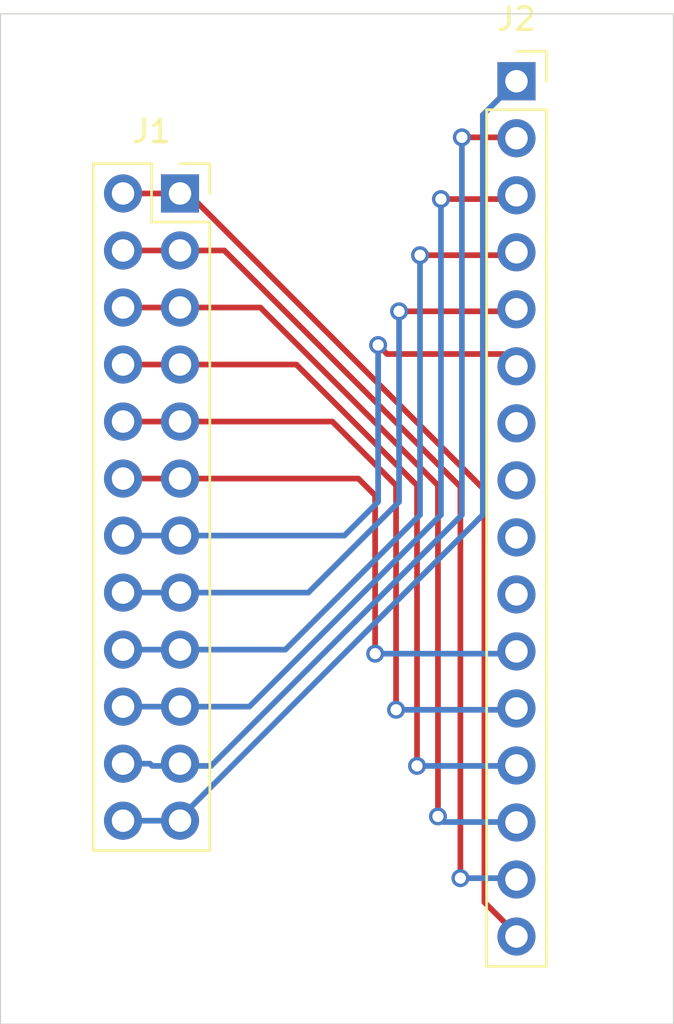
<source format=kicad_pcb>
(kicad_pcb (version 20171130) (host pcbnew "(5.1.2-1)-1")

  (general
    (thickness 1.6)
    (drawings 4)
    (tracks 73)
    (zones 0)
    (modules 2)
    (nets 17)
  )

  (page A4)
  (layers
    (0 F.Cu signal)
    (31 B.Cu signal)
    (32 B.Adhes user)
    (33 F.Adhes user)
    (34 B.Paste user)
    (35 F.Paste user)
    (36 B.SilkS user)
    (37 F.SilkS user)
    (38 B.Mask user)
    (39 F.Mask user)
    (40 Dwgs.User user)
    (41 Cmts.User user)
    (42 Eco1.User user)
    (43 Eco2.User user)
    (44 Edge.Cuts user)
    (45 Margin user)
    (46 B.CrtYd user)
    (47 F.CrtYd user)
    (48 B.Fab user)
    (49 F.Fab user)
  )

  (setup
    (last_trace_width 0.254)
    (trace_clearance 0.4064)
    (zone_clearance 0.508)
    (zone_45_only no)
    (trace_min 0.2)
    (via_size 0.8)
    (via_drill 0.5)
    (via_min_size 0.4)
    (via_min_drill 0.3)
    (uvia_size 0.3)
    (uvia_drill 0.1)
    (uvias_allowed no)
    (uvia_min_size 0.2)
    (uvia_min_drill 0.1)
    (edge_width 0.05)
    (segment_width 0.2)
    (pcb_text_width 0.3)
    (pcb_text_size 1.5 1.5)
    (mod_edge_width 0.12)
    (mod_text_size 1 1)
    (mod_text_width 0.15)
    (pad_size 1.524 1.524)
    (pad_drill 0.762)
    (pad_to_mask_clearance 0.051)
    (solder_mask_min_width 0.25)
    (aux_axis_origin 0 0)
    (grid_origin 12 12)
    (visible_elements FFFFFF7F)
    (pcbplotparams
      (layerselection 0x01000_ffffffff)
      (usegerberextensions false)
      (usegerberattributes false)
      (usegerberadvancedattributes false)
      (creategerberjobfile false)
      (excludeedgelayer true)
      (linewidth 0.100000)
      (plotframeref false)
      (viasonmask false)
      (mode 1)
      (useauxorigin false)
      (hpglpennumber 1)
      (hpglpenspeed 20)
      (hpglpendiameter 15.000000)
      (psnegative false)
      (psa4output false)
      (plotreference true)
      (plotvalue true)
      (plotinvisibletext false)
      (padsonsilk false)
      (subtractmaskfromsilk false)
      (outputformat 1)
      (mirror false)
      (drillshape 0)
      (scaleselection 1)
      (outputdirectory "LCD-GERB/"))
  )

  (net 0 "")
  (net 1 /gnd1)
  (net 2 /d8)
  (net 3 /d7)
  (net 4 /d6)
  (net 5 /d5)
  (net 6 /d4)
  (net 7 /d3)
  (net 8 /gnd2)
  (net 9 /d2)
  (net 10 /c)
  (net 11 /v5)
  (net 12 /gnd3)
  (net 13 "Net-(J2-Pad10)")
  (net 14 "Net-(J2-Pad9)")
  (net 15 "Net-(J2-Pad8)")
  (net 16 "Net-(J2-Pad7)")

  (net_class Default "This is the default net class."
    (clearance 0.4064)
    (trace_width 0.254)
    (via_dia 0.8)
    (via_drill 0.5)
    (uvia_dia 0.3)
    (uvia_drill 0.1)
    (add_net /c)
    (add_net /d2)
    (add_net /d3)
    (add_net /d4)
    (add_net /d5)
    (add_net /d6)
    (add_net /d7)
    (add_net /d8)
    (add_net /gnd1)
    (add_net /gnd2)
    (add_net /gnd3)
    (add_net /v5)
    (add_net "Net-(J2-Pad10)")
    (add_net "Net-(J2-Pad7)")
    (add_net "Net-(J2-Pad8)")
    (add_net "Net-(J2-Pad9)")
  )

  (module Connector_PinSocket_2.54mm:PinSocket_1x16_P2.54mm_Vertical (layer F.Cu) (tedit 5A19A41E) (tstamp 5E469EC8)
    (at 35 15)
    (descr "Through hole straight socket strip, 1x16, 2.54mm pitch, single row (from Kicad 4.0.7), script generated")
    (tags "Through hole socket strip THT 1x16 2.54mm single row")
    (path /5E464FFF)
    (fp_text reference J2 (at 0 -2.77) (layer F.SilkS)
      (effects (font (size 1 1) (thickness 0.15)))
    )
    (fp_text value Conn_01x16 (at 0 40.87) (layer F.Fab)
      (effects (font (size 1 1) (thickness 0.15)))
    )
    (fp_text user %R (at 0 19.05 90) (layer F.Fab)
      (effects (font (size 1 1) (thickness 0.15)))
    )
    (fp_line (start -1.8 39.9) (end -1.8 -1.8) (layer F.CrtYd) (width 0.05))
    (fp_line (start 1.75 39.9) (end -1.8 39.9) (layer F.CrtYd) (width 0.05))
    (fp_line (start 1.75 -1.8) (end 1.75 39.9) (layer F.CrtYd) (width 0.05))
    (fp_line (start -1.8 -1.8) (end 1.75 -1.8) (layer F.CrtYd) (width 0.05))
    (fp_line (start 0 -1.33) (end 1.33 -1.33) (layer F.SilkS) (width 0.12))
    (fp_line (start 1.33 -1.33) (end 1.33 0) (layer F.SilkS) (width 0.12))
    (fp_line (start 1.33 1.27) (end 1.33 39.43) (layer F.SilkS) (width 0.12))
    (fp_line (start -1.33 39.43) (end 1.33 39.43) (layer F.SilkS) (width 0.12))
    (fp_line (start -1.33 1.27) (end -1.33 39.43) (layer F.SilkS) (width 0.12))
    (fp_line (start -1.33 1.27) (end 1.33 1.27) (layer F.SilkS) (width 0.12))
    (fp_line (start -1.27 39.37) (end -1.27 -1.27) (layer F.Fab) (width 0.1))
    (fp_line (start 1.27 39.37) (end -1.27 39.37) (layer F.Fab) (width 0.1))
    (fp_line (start 1.27 -0.635) (end 1.27 39.37) (layer F.Fab) (width 0.1))
    (fp_line (start 0.635 -1.27) (end 1.27 -0.635) (layer F.Fab) (width 0.1))
    (fp_line (start -1.27 -1.27) (end 0.635 -1.27) (layer F.Fab) (width 0.1))
    (pad 16 thru_hole oval (at 0 38.1) (size 1.7 1.7) (drill 1) (layers *.Cu *.Mask)
      (net 12 /gnd3))
    (pad 15 thru_hole oval (at 0 35.56) (size 1.7 1.7) (drill 1) (layers *.Cu *.Mask)
      (net 11 /v5))
    (pad 14 thru_hole oval (at 0 33.02) (size 1.7 1.7) (drill 1) (layers *.Cu *.Mask)
      (net 10 /c))
    (pad 13 thru_hole oval (at 0 30.48) (size 1.7 1.7) (drill 1) (layers *.Cu *.Mask)
      (net 9 /d2))
    (pad 12 thru_hole oval (at 0 27.94) (size 1.7 1.7) (drill 1) (layers *.Cu *.Mask)
      (net 8 /gnd2))
    (pad 11 thru_hole oval (at 0 25.4) (size 1.7 1.7) (drill 1) (layers *.Cu *.Mask)
      (net 7 /d3))
    (pad 10 thru_hole oval (at 0 22.86) (size 1.7 1.7) (drill 1) (layers *.Cu *.Mask)
      (net 13 "Net-(J2-Pad10)"))
    (pad 9 thru_hole oval (at 0 20.32) (size 1.7 1.7) (drill 1) (layers *.Cu *.Mask)
      (net 14 "Net-(J2-Pad9)"))
    (pad 8 thru_hole oval (at 0 17.78) (size 1.7 1.7) (drill 1) (layers *.Cu *.Mask)
      (net 15 "Net-(J2-Pad8)"))
    (pad 7 thru_hole oval (at 0 15.24) (size 1.7 1.7) (drill 1) (layers *.Cu *.Mask)
      (net 16 "Net-(J2-Pad7)"))
    (pad 6 thru_hole oval (at 0 12.7) (size 1.7 1.7) (drill 1) (layers *.Cu *.Mask)
      (net 6 /d4))
    (pad 5 thru_hole oval (at 0 10.16) (size 1.7 1.7) (drill 1) (layers *.Cu *.Mask)
      (net 5 /d5))
    (pad 4 thru_hole oval (at 0 7.62) (size 1.7 1.7) (drill 1) (layers *.Cu *.Mask)
      (net 4 /d6))
    (pad 3 thru_hole oval (at 0 5.08) (size 1.7 1.7) (drill 1) (layers *.Cu *.Mask)
      (net 3 /d7))
    (pad 2 thru_hole oval (at 0 2.54) (size 1.7 1.7) (drill 1) (layers *.Cu *.Mask)
      (net 2 /d8))
    (pad 1 thru_hole rect (at 0 0) (size 1.7 1.7) (drill 1) (layers *.Cu *.Mask)
      (net 1 /gnd1))
    (model ${KISYS3DMOD}/Connector_PinSocket_2.54mm.3dshapes/PinSocket_1x16_P2.54mm_Vertical.wrl
      (at (xyz 0 0 0))
      (scale (xyz 1 1 1))
      (rotate (xyz 0 0 0))
    )
  )

  (module Connector_PinSocket_2.54mm:PinSocket_2x12_P2.54mm_Vertical (layer F.Cu) (tedit 5A19A41B) (tstamp 5E46A54A)
    (at 20 20)
    (descr "Through hole straight socket strip, 2x12, 2.54mm pitch, double cols (from Kicad 4.0.7), script generated")
    (tags "Through hole socket strip THT 2x12 2.54mm double row")
    (path /5E4672BE)
    (fp_text reference J1 (at -1.27 -2.77) (layer F.SilkS)
      (effects (font (size 1 1) (thickness 0.15)))
    )
    (fp_text value Conn_01x12 (at -1.27 30.71) (layer F.Fab)
      (effects (font (size 1 1) (thickness 0.15)))
    )
    (fp_text user %R (at -1.27 13.97 90) (layer F.Fab)
      (effects (font (size 1 1) (thickness 0.15)))
    )
    (fp_line (start -4.34 29.7) (end -4.34 -1.8) (layer F.CrtYd) (width 0.05))
    (fp_line (start 1.76 29.7) (end -4.34 29.7) (layer F.CrtYd) (width 0.05))
    (fp_line (start 1.76 -1.8) (end 1.76 29.7) (layer F.CrtYd) (width 0.05))
    (fp_line (start -4.34 -1.8) (end 1.76 -1.8) (layer F.CrtYd) (width 0.05))
    (fp_line (start 0 -1.33) (end 1.33 -1.33) (layer F.SilkS) (width 0.12))
    (fp_line (start 1.33 -1.33) (end 1.33 0) (layer F.SilkS) (width 0.12))
    (fp_line (start -1.27 -1.33) (end -1.27 1.27) (layer F.SilkS) (width 0.12))
    (fp_line (start -1.27 1.27) (end 1.33 1.27) (layer F.SilkS) (width 0.12))
    (fp_line (start 1.33 1.27) (end 1.33 29.27) (layer F.SilkS) (width 0.12))
    (fp_line (start -3.87 29.27) (end 1.33 29.27) (layer F.SilkS) (width 0.12))
    (fp_line (start -3.87 -1.33) (end -3.87 29.27) (layer F.SilkS) (width 0.12))
    (fp_line (start -3.87 -1.33) (end -1.27 -1.33) (layer F.SilkS) (width 0.12))
    (fp_line (start -3.81 29.21) (end -3.81 -1.27) (layer F.Fab) (width 0.1))
    (fp_line (start 1.27 29.21) (end -3.81 29.21) (layer F.Fab) (width 0.1))
    (fp_line (start 1.27 -0.27) (end 1.27 29.21) (layer F.Fab) (width 0.1))
    (fp_line (start 0.27 -1.27) (end 1.27 -0.27) (layer F.Fab) (width 0.1))
    (fp_line (start -3.81 -1.27) (end 0.27 -1.27) (layer F.Fab) (width 0.1))
    (pad 24 thru_hole oval (at -2.54 27.94) (size 1.7 1.7) (drill 1) (layers *.Cu *.Mask)
      (net 1 /gnd1))
    (pad 23 thru_hole oval (at 0 27.94) (size 1.7 1.7) (drill 1) (layers *.Cu *.Mask)
      (net 1 /gnd1))
    (pad 22 thru_hole oval (at -2.54 25.4) (size 1.7 1.7) (drill 1) (layers *.Cu *.Mask)
      (net 2 /d8))
    (pad 21 thru_hole oval (at 0 25.4) (size 1.7 1.7) (drill 1) (layers *.Cu *.Mask)
      (net 2 /d8))
    (pad 20 thru_hole oval (at -2.54 22.86) (size 1.7 1.7) (drill 1) (layers *.Cu *.Mask)
      (net 3 /d7))
    (pad 19 thru_hole oval (at 0 22.86) (size 1.7 1.7) (drill 1) (layers *.Cu *.Mask)
      (net 3 /d7))
    (pad 18 thru_hole oval (at -2.54 20.32) (size 1.7 1.7) (drill 1) (layers *.Cu *.Mask)
      (net 4 /d6))
    (pad 17 thru_hole oval (at 0 20.32) (size 1.7 1.7) (drill 1) (layers *.Cu *.Mask)
      (net 4 /d6))
    (pad 16 thru_hole oval (at -2.54 17.78) (size 1.7 1.7) (drill 1) (layers *.Cu *.Mask)
      (net 5 /d5))
    (pad 15 thru_hole oval (at 0 17.78) (size 1.7 1.7) (drill 1) (layers *.Cu *.Mask)
      (net 5 /d5))
    (pad 14 thru_hole oval (at -2.54 15.24) (size 1.7 1.7) (drill 1) (layers *.Cu *.Mask)
      (net 6 /d4))
    (pad 13 thru_hole oval (at 0 15.24) (size 1.7 1.7) (drill 1) (layers *.Cu *.Mask)
      (net 6 /d4))
    (pad 12 thru_hole oval (at -2.54 12.7) (size 1.7 1.7) (drill 1) (layers *.Cu *.Mask)
      (net 7 /d3))
    (pad 11 thru_hole oval (at 0 12.7) (size 1.7 1.7) (drill 1) (layers *.Cu *.Mask)
      (net 7 /d3))
    (pad 10 thru_hole oval (at -2.54 10.16) (size 1.7 1.7) (drill 1) (layers *.Cu *.Mask)
      (net 8 /gnd2))
    (pad 9 thru_hole oval (at 0 10.16) (size 1.7 1.7) (drill 1) (layers *.Cu *.Mask)
      (net 8 /gnd2))
    (pad 8 thru_hole oval (at -2.54 7.62) (size 1.7 1.7) (drill 1) (layers *.Cu *.Mask)
      (net 9 /d2))
    (pad 7 thru_hole oval (at 0 7.62) (size 1.7 1.7) (drill 1) (layers *.Cu *.Mask)
      (net 9 /d2))
    (pad 6 thru_hole oval (at -2.54 5.08) (size 1.7 1.7) (drill 1) (layers *.Cu *.Mask)
      (net 10 /c))
    (pad 5 thru_hole oval (at 0 5.08) (size 1.7 1.7) (drill 1) (layers *.Cu *.Mask)
      (net 10 /c))
    (pad 4 thru_hole oval (at -2.54 2.54) (size 1.7 1.7) (drill 1) (layers *.Cu *.Mask)
      (net 11 /v5))
    (pad 3 thru_hole oval (at 0 2.54) (size 1.7 1.7) (drill 1) (layers *.Cu *.Mask)
      (net 11 /v5))
    (pad 2 thru_hole oval (at -2.54 0) (size 1.7 1.7) (drill 1) (layers *.Cu *.Mask)
      (net 12 /gnd3))
    (pad 1 thru_hole rect (at 0 0) (size 1.7 1.7) (drill 1) (layers *.Cu *.Mask)
      (net 12 /gnd3))
    (model ${KISYS3DMOD}/Connector_PinSocket_2.54mm.3dshapes/PinSocket_2x12_P2.54mm_Vertical.wrl
      (at (xyz 0 0 0))
      (scale (xyz 1 1 1))
      (rotate (xyz 0 0 0))
    )
  )

  (gr_line (start 12 57) (end 12 12) (layer Edge.Cuts) (width 0.05) (tstamp 5E46A2CB))
  (gr_line (start 42 57) (end 12 57) (layer Edge.Cuts) (width 0.05))
  (gr_line (start 42 12) (end 42 57) (layer Edge.Cuts) (width 0.05))
  (gr_line (start 12 12) (end 42 12) (layer Edge.Cuts) (width 0.05))

  (segment (start 33.5 16.5) (end 35 15) (width 0.254) (layer B.Cu) (net 1) (tstamp 5E46A650))
  (segment (start 33.5 34.318366) (end 33.5 16.5) (width 0.254) (layer B.Cu) (net 1) (tstamp 5E46A65C))
  (segment (start 19.878366 47.94) (end 33.5 34.318366) (width 0.254) (layer B.Cu) (net 1) (tstamp 5E46A635))
  (segment (start 17.46 47.94) (end 19.878366 47.94) (width 0.254) (layer B.Cu) (net 1) (tstamp 5E46A64A))
  (segment (start 18.662081 45.4) (end 18.762081 45.5) (width 0.254) (layer B.Cu) (net 2) (tstamp 5E46A5D5))
  (segment (start 17.46 45.4) (end 18.662081 45.4) (width 0.254) (layer B.Cu) (net 2) (tstamp 5E46A5DE))
  (segment (start 18.762081 45.5) (end 21.384406 45.5) (width 0.254) (layer B.Cu) (net 2) (tstamp 5E46A5C0))
  (via (at 32.5666 17.5) (size 0.8) (drill 0.5) (layers F.Cu B.Cu) (net 2) (tstamp 5E46A5DB))
  (segment (start 32.5666 34.317806) (end 32.5666 17.5) (width 0.254) (layer B.Cu) (net 2) (tstamp 5E46A5D8))
  (segment (start 21.384406 45.5) (end 32.5666 34.317806) (width 0.254) (layer B.Cu) (net 2) (tstamp 5E46A602))
  (segment (start 32.5666 17.5) (end 35.25 17.5) (width 0.254) (layer F.Cu) (net 2) (tstamp 5E46A5A5))
  (segment (start 17.46 42.86) (end 20.25 42.86) (width 0.254) (layer B.Cu) (net 3) (tstamp 5E46A659))
  (segment (start 20.25 42.86) (end 23.090446 42.86) (width 0.254) (layer B.Cu) (net 3) (tstamp 5E46A5E4))
  (via (at 31.6332 20.25) (size 0.8) (drill 0.5) (layers F.Cu B.Cu) (net 3) (tstamp 5E46A668))
  (segment (start 31.6332 34.317246) (end 31.6332 20.25) (width 0.254) (layer B.Cu) (net 3) (tstamp 5E46A65F))
  (segment (start 23.090446 42.86) (end 31.6332 34.317246) (width 0.254) (layer B.Cu) (net 3) (tstamp 5E46A662))
  (segment (start 31.6332 20.25) (end 35 20.25) (width 0.254) (layer F.Cu) (net 3) (tstamp 5E46A5FC))
  (segment (start 35 20.25) (end 35.25 20) (width 0.254) (layer F.Cu) (net 3) (tstamp 5E46A5F3))
  (segment (start 17.46 40.32) (end 24.696486 40.32) (width 0.254) (layer B.Cu) (net 4) (tstamp 5E46A665))
  (via (at 30.6998 22.75) (size 0.8) (drill 0.5) (layers F.Cu B.Cu) (net 4) (tstamp 5E46A5FF))
  (segment (start 30.6998 34.316686) (end 30.6998 22.75) (width 0.254) (layer B.Cu) (net 4) (tstamp 5E46A5E1))
  (segment (start 24.696486 40.32) (end 30.6998 34.316686) (width 0.254) (layer B.Cu) (net 4) (tstamp 5E46A5EA))
  (segment (start 30.6998 22.75) (end 34.75 22.75) (width 0.254) (layer F.Cu) (net 4) (tstamp 5E46A617))
  (segment (start 34.75 22.75) (end 35 22.5) (width 0.254) (layer F.Cu) (net 4) (tstamp 5E46A5A8))
  (segment (start 17.46 37.78) (end 25.72 37.78) (width 0.254) (layer B.Cu) (net 5) (tstamp 5E46A5ED))
  (via (at 29.7664 25.25) (size 0.8) (drill 0.5) (layers F.Cu B.Cu) (net 5) (tstamp 5E46A61D))
  (segment (start 29.7664 33.7336) (end 29.7664 25.25) (width 0.254) (layer B.Cu) (net 5) (tstamp 5E46A605))
  (segment (start 25.72 37.78) (end 29.7664 33.7336) (width 0.254) (layer B.Cu) (net 5) (tstamp 5E46A61A))
  (segment (start 29.7664 25.25) (end 35 25.25) (width 0.254) (layer F.Cu) (net 5) (tstamp 5E46A5D2))
  (segment (start 17.46 35.24) (end 27.32604 35.24) (width 0.254) (layer B.Cu) (net 6) (tstamp 5E46A66B))
  (via (at 28.833 26.752342) (size 0.8) (drill 0.5) (layers F.Cu B.Cu) (net 6) (tstamp 5E46A629))
  (segment (start 28.833 33.73304) (end 28.833 26.752342) (width 0.254) (layer B.Cu) (net 6) (tstamp 5E46A62F))
  (segment (start 27.32604 35.24) (end 28.833 33.73304) (width 0.254) (layer B.Cu) (net 6) (tstamp 5E46A5F9))
  (segment (start 29.232999 27.152341) (end 34.402341 27.152341) (width 0.254) (layer F.Cu) (net 6) (tstamp 5E46A5E7))
  (segment (start 28.833 26.752342) (end 29.232999 27.152341) (width 0.254) (layer F.Cu) (net 6) (tstamp 5E46A5F6))
  (segment (start 34.402341 27.152341) (end 35 27.75) (width 0.254) (layer F.Cu) (net 6) (tstamp 5E46A60B))
  (via (at 28.6998 40.5) (size 0.8) (drill 0.5) (layers F.Cu B.Cu) (net 7) (tstamp 5E46A632))
  (segment (start 28.6998 40.5) (end 35 40.5) (width 0.254) (layer B.Cu) (net 7) (tstamp 5E46A677))
  (segment (start 35 40.5) (end 35.25 40.25) (width 0.254) (layer B.Cu) (net 7) (tstamp 5E46A5F0))
  (segment (start 28.6998 33.4498) (end 28.6998 40.5) (width 0.254) (layer F.Cu) (net 7) (tstamp 5E46A674))
  (segment (start 27.95 32.7) (end 28.6998 33.4498) (width 0.254) (layer F.Cu) (net 7) (tstamp 5E46A66E))
  (segment (start 17.46 32.7) (end 27.95 32.7) (width 0.254) (layer F.Cu) (net 7) (tstamp 5E46A67A))
  (segment (start 17.46 30.16) (end 26.79208 30.16) (width 0.254) (layer F.Cu) (net 8) (tstamp 5E46A67D))
  (segment (start 29.6332 33.00112) (end 29.6332 43) (width 0.254) (layer F.Cu) (net 8) (tstamp 5E46A644))
  (via (at 29.6332 43) (size 0.8) (drill 0.5) (layers F.Cu B.Cu) (net 8) (tstamp 5E46A63B))
  (segment (start 26.79208 30.16) (end 29.6332 33.00112) (width 0.254) (layer F.Cu) (net 8) (tstamp 5E46A656))
  (segment (start 29.6332 43) (end 34.75 43) (width 0.254) (layer B.Cu) (net 8) (tstamp 5E46A638))
  (segment (start 34.75 43) (end 35 42.75) (width 0.254) (layer B.Cu) (net 8) (tstamp 5E46A63E))
  (segment (start 17.46 27.62) (end 25.18604 27.62) (width 0.254) (layer F.Cu) (net 9) (tstamp 5E46A671))
  (via (at 30.5666 45.5) (size 0.8) (drill 0.5) (layers F.Cu B.Cu) (net 9) (tstamp 5E46A608))
  (segment (start 30.5666 33.00056) (end 30.5666 45.5) (width 0.254) (layer F.Cu) (net 9) (tstamp 5E46A614))
  (segment (start 25.18604 27.62) (end 30.5666 33.00056) (width 0.254) (layer F.Cu) (net 9) (tstamp 5E46A60E))
  (segment (start 30.5666 45.5) (end 35 45.5) (width 0.254) (layer B.Cu) (net 9) (tstamp 5E46A611))
  (via (at 31.5 47.75) (size 0.8) (drill 0.5) (layers F.Cu B.Cu) (net 10) (tstamp 5E46A653))
  (segment (start 34.84 48) (end 31.75 48) (width 0.254) (layer B.Cu) (net 10) (tstamp 5E46A641))
  (segment (start 31.75 48) (end 31.5 47.75) (width 0.254) (layer B.Cu) (net 10) (tstamp 5E46A64D))
  (segment (start 34.94 48.1) (end 34.84 48) (width 0.254) (layer B.Cu) (net 10) (tstamp 5E46A647))
  (segment (start 31.5 33) (end 31.5 47.184315) (width 0.254) (layer F.Cu) (net 10) (tstamp 5E46A5C9))
  (segment (start 23.58 25.08) (end 31.5 33) (width 0.254) (layer F.Cu) (net 10) (tstamp 5E46A5BA))
  (segment (start 17.46 25.08) (end 23.58 25.08) (width 0.254) (layer F.Cu) (net 10) (tstamp 5E46A5B4))
  (segment (start 31.5 47.184315) (end 31.5 47.75) (width 0.254) (layer F.Cu) (net 10) (tstamp 5E46A5AE))
  (segment (start 34.94 50.64) (end 34.8 50.5) (width 0.254) (layer B.Cu) (net 11) (tstamp 5E46A626))
  (via (at 32.5 50.5) (size 0.8) (drill 0.5) (layers F.Cu B.Cu) (net 11) (tstamp 5E46A62C))
  (segment (start 33.065685 50.5) (end 32.5 50.5) (width 0.254) (layer B.Cu) (net 11) (tstamp 5E46A623))
  (segment (start 34.8 50.5) (end 33.065685 50.5) (width 0.254) (layer B.Cu) (net 11) (tstamp 5E46A620))
  (segment (start 32.5 33.066038) (end 32.5 49.934315) (width 0.254) (layer F.Cu) (net 11) (tstamp 5E46A5C3))
  (segment (start 17.46 22.54) (end 21.973962 22.54) (width 0.254) (layer F.Cu) (net 11) (tstamp 5E46A5CF))
  (segment (start 21.973962 22.54) (end 32.5 33.066038) (width 0.254) (layer F.Cu) (net 11) (tstamp 5E46A5C6))
  (segment (start 32.5 49.934315) (end 32.5 50.5) (width 0.254) (layer F.Cu) (net 11) (tstamp 5E46A5B1))
  (segment (start 17.46 20) (end 20.367924 20) (width 0.254) (layer F.Cu) (net 12) (tstamp 5E46A5BD))
  (segment (start 20.367924 20) (end 33.57082 33.202896) (width 0.254) (layer F.Cu) (net 12) (tstamp 5E46A5CC))
  (segment (start 33.57082 51.57082) (end 35 53) (width 0.254) (layer F.Cu) (net 12) (tstamp 5E46A5B7))
  (segment (start 33.57082 33.202896) (end 33.57082 51.57082) (width 0.254) (layer F.Cu) (net 12) (tstamp 5E46A5AB))

)

</source>
